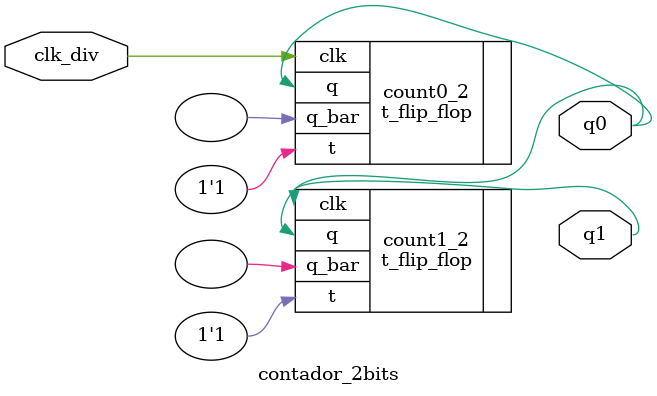
<source format=v>
/*Contador de 2 bits utilizando flip-flop T e clock para variar os bits em ordem*/
module contador_2bits(
  input clk_div,      // Sinal de clock de entrada
  output q0,q1			 // output do bit 1 e 0.
);

t_flip_flop count0_2 (
  .clk(clk_div),
  .t(1'b1),      // T é sempre 1
  .q(q0),
  .q_bar()
);
t_flip_flop count1_2 (
  .clk(q0),
  .t(1'b1),      // T é sempre 1
  .q(q1),
  .q_bar()
  );
endmodule
</source>
